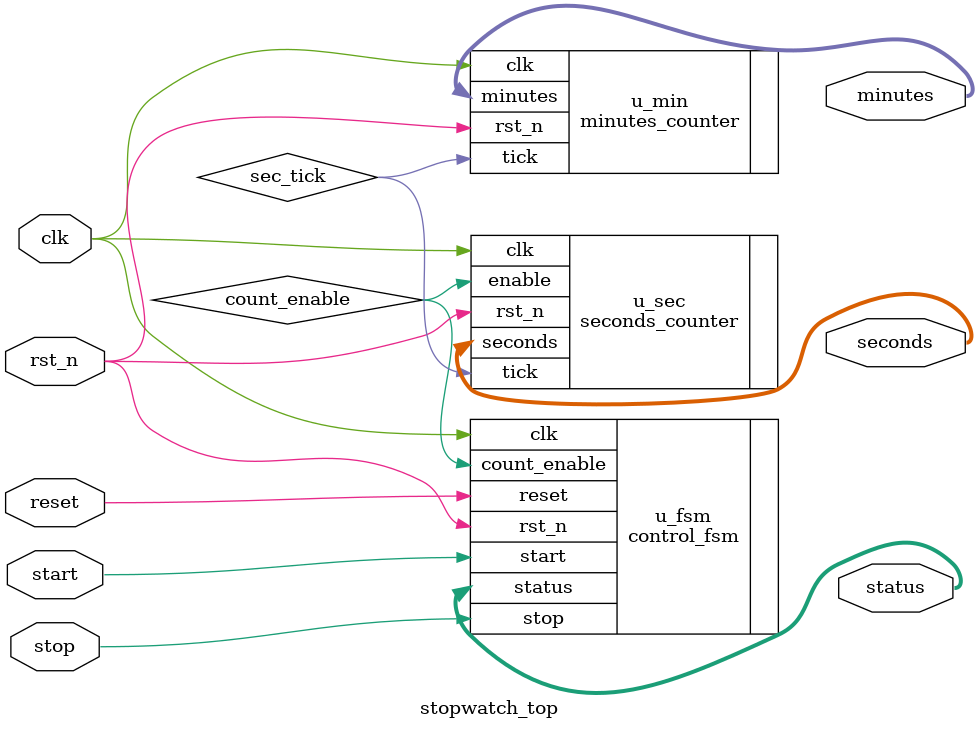
<source format=v>
module stopwatch_top (
    input  wire clk,
    input  wire rst_n,
    input  wire start,
    input  wire stop,
    input  wire reset,
    output wire [7:0] minutes,
    output wire [5:0] seconds,
    output wire [1:0] status
);

    wire count_enable;
    wire sec_tick;

    control_fsm u_fsm (
        .clk(clk),
        .rst_n(rst_n),
        .start(start),
        .stop(stop),
        .reset(reset),
        .count_enable(count_enable),
        .status(status)
    );

    seconds_counter u_sec (
        .clk(clk),
        .rst_n(rst_n),
        .enable(count_enable),
        .seconds(seconds),
        .tick(sec_tick)
    );

    minutes_counter u_min (
        .clk(clk),
        .rst_n(rst_n),
        .tick(sec_tick),
        .minutes(minutes)
    );

endmodule

</source>
